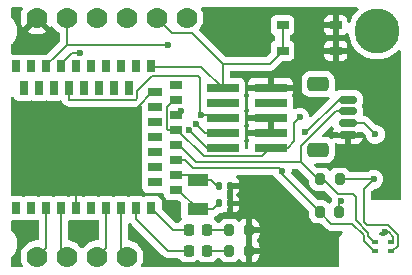
<source format=gbr>
%TF.GenerationSoftware,KiCad,Pcbnew,8.0.2*%
%TF.CreationDate,2024-05-18T21:01:54+12:00*%
%TF.ProjectId,yuzu-pcb,79757a75-2d70-4636-922e-6b696361645f,rev?*%
%TF.SameCoordinates,Original*%
%TF.FileFunction,Copper,L1,Top*%
%TF.FilePolarity,Positive*%
%FSLAX46Y46*%
G04 Gerber Fmt 4.6, Leading zero omitted, Abs format (unit mm)*
G04 Created by KiCad (PCBNEW 8.0.2) date 2024-05-18 21:01:54*
%MOMM*%
%LPD*%
G01*
G04 APERTURE LIST*
G04 Aperture macros list*
%AMRoundRect*
0 Rectangle with rounded corners*
0 $1 Rounding radius*
0 $2 $3 $4 $5 $6 $7 $8 $9 X,Y pos of 4 corners*
0 Add a 4 corners polygon primitive as box body*
4,1,4,$2,$3,$4,$5,$6,$7,$8,$9,$2,$3,0*
0 Add four circle primitives for the rounded corners*
1,1,$1+$1,$2,$3*
1,1,$1+$1,$4,$5*
1,1,$1+$1,$6,$7*
1,1,$1+$1,$8,$9*
0 Add four rect primitives between the rounded corners*
20,1,$1+$1,$2,$3,$4,$5,0*
20,1,$1+$1,$4,$5,$6,$7,0*
20,1,$1+$1,$6,$7,$8,$9,0*
20,1,$1+$1,$8,$9,$2,$3,0*%
G04 Aperture macros list end*
%TA.AperFunction,SMDPad,CuDef*%
%ADD10RoundRect,0.200000X0.200000X0.275000X-0.200000X0.275000X-0.200000X-0.275000X0.200000X-0.275000X0*%
%TD*%
%TA.AperFunction,SMDPad,CuDef*%
%ADD11RoundRect,0.150000X0.625000X-0.150000X0.625000X0.150000X-0.625000X0.150000X-0.625000X-0.150000X0*%
%TD*%
%TA.AperFunction,SMDPad,CuDef*%
%ADD12RoundRect,0.250000X0.650000X-0.350000X0.650000X0.350000X-0.650000X0.350000X-0.650000X-0.350000X0*%
%TD*%
%TA.AperFunction,SMDPad,CuDef*%
%ADD13RoundRect,0.218750X0.218750X0.256250X-0.218750X0.256250X-0.218750X-0.256250X0.218750X-0.256250X0*%
%TD*%
%TA.AperFunction,SMDPad,CuDef*%
%ADD14R,1.800000X1.000000*%
%TD*%
%TA.AperFunction,SMDPad,CuDef*%
%ADD15RoundRect,0.140000X-0.140000X-0.170000X0.140000X-0.170000X0.140000X0.170000X-0.140000X0.170000X0*%
%TD*%
%TA.AperFunction,ComponentPad*%
%ADD16C,1.778000*%
%TD*%
%TA.AperFunction,SMDPad,CuDef*%
%ADD17RoundRect,0.200000X-0.200000X-0.275000X0.200000X-0.275000X0.200000X0.275000X-0.200000X0.275000X0*%
%TD*%
%TA.AperFunction,SMDPad,CuDef*%
%ADD18R,0.500000X0.300000*%
%TD*%
%TA.AperFunction,ComponentPad*%
%ADD19C,3.810000*%
%TD*%
%TA.AperFunction,SMDPad,CuDef*%
%ADD20R,2.790000X0.740000*%
%TD*%
%TA.AperFunction,SMDPad,CuDef*%
%ADD21R,0.800000X1.000000*%
%TD*%
%TA.AperFunction,SMDPad,CuDef*%
%ADD22R,0.800000X0.999700*%
%TD*%
%TA.AperFunction,SMDPad,CuDef*%
%ADD23R,1.000000X0.800000*%
%TD*%
%TA.AperFunction,SMDPad,CuDef*%
%ADD24R,1.200000X0.800000*%
%TD*%
%TA.AperFunction,SMDPad,CuDef*%
%ADD25R,1.000000X0.745000*%
%TD*%
%TA.AperFunction,SMDPad,CuDef*%
%ADD26R,1.000000X0.765000*%
%TD*%
%TA.AperFunction,SMDPad,CuDef*%
%ADD27R,1.000000X0.785000*%
%TD*%
%TA.AperFunction,SMDPad,CuDef*%
%ADD28R,0.800000X1.200000*%
%TD*%
%TA.AperFunction,SMDPad,CuDef*%
%ADD29R,1.000000X0.700000*%
%TD*%
%TA.AperFunction,ViaPad*%
%ADD30C,0.600000*%
%TD*%
%TA.AperFunction,Conductor*%
%ADD31C,0.200000*%
%TD*%
G04 APERTURE END LIST*
D10*
%TO.P,R2,1*%
%TO.N,/nrf_VDD*%
X131315000Y-115050000D03*
%TO.P,R2,2*%
%TO.N,/SDA*%
X129665000Y-115050000D03*
%TD*%
D11*
%TO.P,J2,1,Pin_1*%
%TO.N,GND*%
X132025000Y-111300000D03*
%TO.P,J2,2,Pin_2*%
%TO.N,/nrf_VDD*%
X132025000Y-110300000D03*
%TO.P,J2,3,Pin_3*%
%TO.N,/SDA*%
X132025000Y-109300000D03*
%TO.P,J2,4,Pin_4*%
%TO.N,/SCL*%
X132025000Y-108300000D03*
D12*
%TO.P,J2,MP*%
%TO.N,N/C*%
X129500000Y-112600000D03*
X129500000Y-107000000D03*
%TD*%
D13*
%TO.P,D2,1,K*%
%TO.N,Net-(D2-K)*%
X120107500Y-119350000D03*
%TO.P,D2,2,A*%
%TO.N,/WHITE_LED*%
X118532500Y-119350000D03*
%TD*%
D14*
%TO.P,X2,1,1*%
%TO.N,/XL2*%
X119320000Y-115100000D03*
%TO.P,X2,2,2*%
%TO.N,/XL1*%
X119320000Y-117600000D03*
%TD*%
D15*
%TO.P,C3,1*%
%TO.N,/XL2*%
X121090000Y-115600000D03*
%TO.P,C3,2*%
%TO.N,GND*%
X122050000Y-115600000D03*
%TD*%
D10*
%TO.P,R3,1*%
%TO.N,/nrf_VDD*%
X131275000Y-117800000D03*
%TO.P,R3,2*%
%TO.N,/SCL*%
X129625000Y-117800000D03*
%TD*%
D16*
%TO.P,TP3,1,1*%
%TO.N,Net-(U1-P0.02{slash}AIN0)*%
X110780000Y-121600000D03*
%TD*%
%TO.P,TP2,1,1*%
%TO.N,Net-(U1-P0.28{slash}AIN4)*%
X108240000Y-121600000D03*
%TD*%
%TO.P,TP9,1,1*%
%TO.N,/RESET*%
X115860000Y-101400000D03*
%TD*%
D17*
%TO.P,R1,1*%
%TO.N,Net-(D1-K)*%
X121995000Y-121100000D03*
%TO.P,R1,2*%
%TO.N,GND*%
X123645000Y-121100000D03*
%TD*%
D16*
%TO.P,TP4,1,1*%
%TO.N,Net-(U1-P0.29{slash}AIN5)*%
X113320000Y-121600000D03*
%TD*%
D18*
%TO.P,U2,1,SDA*%
%TO.N,/SDA*%
X134300000Y-120350000D03*
%TO.P,U2,2,SCL*%
%TO.N,/SCL*%
X134300000Y-121150000D03*
%TO.P,U2,3,VDD*%
%TO.N,/nrf_VDD*%
X135700000Y-121150000D03*
%TO.P,U2,4,VSS*%
%TO.N,GND*%
X135700000Y-120350000D03*
%TD*%
D16*
%TO.P,TP6,1,1*%
%TO.N,/SWCLK*%
X108240000Y-101400000D03*
%TD*%
D17*
%TO.P,R4,1*%
%TO.N,Net-(D2-K)*%
X121995000Y-119350000D03*
%TO.P,R4,2*%
%TO.N,GND*%
X123645000Y-119350000D03*
%TD*%
D15*
%TO.P,C1,1*%
%TO.N,/XL1*%
X121090000Y-117100000D03*
%TO.P,C1,2*%
%TO.N,GND*%
X122050000Y-117100000D03*
%TD*%
D16*
%TO.P,TP1,1,1*%
%TO.N,Net-(U1-P0.03{slash}AIN1)*%
X105700000Y-121600000D03*
%TD*%
%TO.P,TP5,1,1*%
%TO.N,GND*%
X105700000Y-101400000D03*
%TD*%
D19*
%TO.P,REF\u002A\u002A,1*%
%TO.N,N/C*%
X134500000Y-102500000D03*
%TD*%
D16*
%TO.P,TP10,1,1*%
%TO.N,/nrf_VDD*%
X118400000Y-101400000D03*
%TD*%
D20*
%TO.P,J1,1,VTref*%
%TO.N,/nrf_VDD*%
X125482000Y-112390000D03*
%TO.P,J1,2,SWDIO/TMS*%
%TO.N,/SWDIO*%
X121418000Y-112390000D03*
%TO.P,J1,3,GND*%
%TO.N,GND*%
X125482000Y-111120000D03*
%TO.P,J1,4,SWCLK/TCK*%
%TO.N,/SWCLK*%
X121418000Y-111120000D03*
%TO.P,J1,5,GND*%
%TO.N,GND*%
X125482000Y-109850000D03*
%TO.P,J1,6,SWO/TDO*%
%TO.N,/SWO*%
X121418000Y-109850000D03*
%TO.P,J1,7,KEY*%
%TO.N,unconnected-(J1-KEY-Pad7)*%
X125482000Y-108580000D03*
%TO.P,J1,8,NC/TDI*%
%TO.N,unconnected-(J1-NC{slash}TDI-Pad8)*%
X121418000Y-108580000D03*
%TO.P,J1,9,GNDDetect*%
%TO.N,GND*%
X125482000Y-107310000D03*
%TO.P,J1,10,~{RESET}*%
%TO.N,/RESET*%
X121418000Y-107310000D03*
%TD*%
D21*
%TO.P,U1,1,P1.11*%
%TO.N,unconnected-(U1-P1.11-Pad1)*%
X103950000Y-117500000D03*
%TO.P,U1,2,P1.10*%
%TO.N,unconnected-(U1-P1.10-Pad2)*%
X105220000Y-117500000D03*
%TO.P,U1,3,P0.03/AIN1*%
%TO.N,Net-(U1-P0.03{slash}AIN1)*%
X106490000Y-117500000D03*
%TO.P,U1,4,P0.28/AIN4*%
%TO.N,Net-(U1-P0.28{slash}AIN4)*%
X107760000Y-117500000D03*
%TO.P,U1,5,GND*%
%TO.N,GND*%
X109030000Y-117500000D03*
%TO.P,U1,6,P1.13*%
%TO.N,unconnected-(U1-P1.13-Pad6)*%
X110300000Y-117500000D03*
%TO.P,U1,7,P0.02/AIN0*%
%TO.N,Net-(U1-P0.02{slash}AIN0)*%
X111570000Y-117500000D03*
%TO.P,U1,8,P0.29/AIN5*%
%TO.N,Net-(U1-P0.29{slash}AIN5)*%
X112840000Y-117500000D03*
D22*
%TO.P,U1,9,P0.31/AIN7*%
%TO.N,/RED_LED*%
X114107200Y-117500150D03*
D21*
%TO.P,U1,10,P0.30/AIN6*%
%TO.N,/WHITE_LED*%
X115380000Y-117500000D03*
D23*
%TO.P,U1,11,P0.00/XL1*%
%TO.N,/XL1*%
X117480000Y-115945000D03*
D24*
%TO.P,U1,12,P0.26*%
%TO.N,unconnected-(U1-P0.26-Pad12)*%
X115680000Y-115309750D03*
D23*
%TO.P,U1,13,P0.01/XL2*%
%TO.N,/XL2*%
X117480000Y-114675000D03*
D24*
%TO.P,U1,14,P0.06*%
%TO.N,unconnected-(U1-P0.06-Pad14)*%
X115680000Y-114039750D03*
D25*
%TO.P,U1,15,P0.05/AIN3*%
%TO.N,/SCL*%
X117480000Y-113377500D03*
D24*
%TO.P,U1,16,P0.08*%
%TO.N,unconnected-(U1-P0.08-Pad16)*%
X115680000Y-112769750D03*
D26*
%TO.P,U1,17,P1.09*%
%TO.N,/SDA*%
X117480000Y-112117500D03*
D24*
%TO.P,U1,18,P0.04/AIN2*%
%TO.N,unconnected-(U1-P0.04{slash}AIN2-Pad18)*%
X115680000Y-111499750D03*
D27*
%TO.P,U1,19,VDD*%
%TO.N,/nrf_VDD*%
X117480000Y-110857500D03*
D24*
%TO.P,U1,20,P0.12*%
%TO.N,unconnected-(U1-P0.12-Pad20)*%
X115680000Y-110229750D03*
D23*
%TO.P,U1,21,GND*%
%TO.N,GND*%
X117480000Y-109595000D03*
D24*
%TO.P,U1,22,P0.07*%
%TO.N,unconnected-(U1-P0.07-Pad22)*%
X115680000Y-108959750D03*
D23*
%TO.P,U1,23,VDDH*%
%TO.N,/nrf_VDD*%
X117480000Y-108325000D03*
D24*
%TO.P,U1,24,GND*%
%TO.N,GND*%
X115680000Y-107690000D03*
D23*
%TO.P,U1,25,DCCH*%
%TO.N,unconnected-(U1-DCCH-Pad25)*%
X117480000Y-107055000D03*
D21*
%TO.P,U1,26,P0.18/RESET*%
%TO.N,/RESET*%
X115380000Y-105500000D03*
%TO.P,U1,27,VBUS*%
%TO.N,unconnected-(U1-VBUS-Pad27)*%
X114110000Y-105500000D03*
D28*
%TO.P,U1,28,P0.15*%
%TO.N,unconnected-(U1-P0.15-Pad28)*%
X113475000Y-107300000D03*
D21*
%TO.P,U1,29,USB_D-*%
%TO.N,unconnected-(U1-USB_D--Pad29)*%
X112840000Y-105500000D03*
D28*
%TO.P,U1,30,P0.17*%
%TO.N,unconnected-(U1-P0.17-Pad30)*%
X112205000Y-107300000D03*
D21*
%TO.P,U1,31,USB_D+*%
%TO.N,unconnected-(U1-USB_D+-Pad31)*%
X111570000Y-105500000D03*
D28*
%TO.P,U1,32,P0.20*%
%TO.N,unconnected-(U1-P0.20-Pad32)*%
X110935000Y-107300000D03*
D21*
%TO.P,U1,33,P0.13*%
%TO.N,unconnected-(U1-P0.13-Pad33)*%
X110300000Y-105500000D03*
D28*
%TO.P,U1,34,P0.22*%
%TO.N,unconnected-(U1-P0.22-Pad34)*%
X109665000Y-107300000D03*
D21*
%TO.P,U1,35,P0.24*%
%TO.N,unconnected-(U1-P0.24-Pad35)*%
X109030000Y-105500000D03*
D28*
%TO.P,U1,36,P1.00*%
%TO.N,/SWO*%
X108395000Y-107300000D03*
D21*
%TO.P,U1,37,SWDIO*%
%TO.N,/SWDIO*%
X107760000Y-105500000D03*
D28*
%TO.P,U1,38,P1.02*%
%TO.N,unconnected-(U1-P1.02-Pad38)*%
X107125000Y-107300000D03*
D21*
%TO.P,U1,39,SWDCLK*%
%TO.N,/SWCLK*%
X106490000Y-105500000D03*
D28*
%TO.P,U1,40,P1.04*%
%TO.N,unconnected-(U1-P1.04-Pad40)*%
X105855000Y-107300000D03*
D22*
%TO.P,U1,41,P0.09/NFC1*%
%TO.N,unconnected-(U1-P0.09{slash}NFC1-Pad41)*%
X105222800Y-105499850D03*
D28*
%TO.P,U1,42,P1.06*%
%TO.N,unconnected-(U1-P1.06-Pad42)*%
X104590000Y-107300000D03*
D21*
%TO.P,U1,43,P0.10/NFC2*%
%TO.N,unconnected-(U1-P0.10{slash}NFC2-Pad43)*%
X103950000Y-105500000D03*
%TD*%
D29*
%TO.P,SW1,1,1*%
%TO.N,GND*%
X130990000Y-104175000D03*
%TO.P,SW1,2,2*%
%TO.N,/RESET*%
X126490000Y-104175000D03*
%TO.P,SW1,3,3*%
%TO.N,GND*%
X130990000Y-102025000D03*
%TO.P,SW1,4,4*%
%TO.N,/RESET*%
X126490000Y-102025000D03*
%TD*%
D13*
%TO.P,D1,1,K*%
%TO.N,Net-(D1-K)*%
X120107500Y-121100000D03*
%TO.P,D1,2,A*%
%TO.N,/RED_LED*%
X118532500Y-121100000D03*
%TD*%
D16*
%TO.P,TP8,1,1*%
%TO.N,/SWO*%
X113320000Y-101400000D03*
%TD*%
%TO.P,TP7,1,1*%
%TO.N,/SWDIO*%
X110780000Y-101400000D03*
%TD*%
D30*
%TO.N,GND*%
X129740000Y-116350000D03*
X109490000Y-119100000D03*
X105240000Y-119100000D03*
%TO.N,/nrf_VDD*%
X134350000Y-111250000D03*
X134200000Y-115050000D03*
X131468329Y-116900000D03*
X127950000Y-109800000D03*
%TO.N,GND*%
X108750000Y-110250000D03*
X123240000Y-103600000D03*
X125990000Y-116850000D03*
X135200735Y-119549265D03*
X112250000Y-113750000D03*
X117914215Y-109250000D03*
X135750000Y-114750000D03*
%TO.N,/SCL*%
X128384098Y-111082628D03*
X126445735Y-114350000D03*
%TO.N,/SWDIO*%
X109320000Y-104400000D03*
X118555421Y-110862149D03*
%TO.N,/SWO*%
X119590000Y-109600000D03*
%TO.N,/SWCLK*%
X119170000Y-110350000D03*
X116820000Y-103650000D03*
%TD*%
D31*
%TO.N,Net-(D2-K)*%
X120107500Y-119350000D02*
X121995000Y-119350000D01*
%TO.N,/nrf_VDD*%
X117587500Y-110857500D02*
X119830000Y-113100000D01*
X133650000Y-118900000D02*
X133400000Y-118650000D01*
X117480000Y-110857500D02*
X117587500Y-110857500D01*
X136250000Y-120700000D02*
X136250000Y-119750000D01*
X132025000Y-110300000D02*
X133400000Y-110300000D01*
X135400000Y-118900000D02*
X133650000Y-118900000D01*
X116757500Y-110857500D02*
X117480000Y-110857500D01*
X131275000Y-117800000D02*
X131275000Y-117093329D01*
X126950000Y-112390000D02*
X127490000Y-111850000D01*
X135800000Y-121150000D02*
X136250000Y-120700000D01*
X131315000Y-115050000D02*
X134200000Y-115050000D01*
X127490000Y-111850000D02*
X127490000Y-110260000D01*
X125482000Y-112390000D02*
X126950000Y-112390000D01*
X119830000Y-113100000D02*
X124772000Y-113100000D01*
X131275000Y-117093329D02*
X131468329Y-116900000D01*
X135700000Y-121150000D02*
X135800000Y-121150000D01*
X117480000Y-108325000D02*
X117305000Y-108325000D01*
X133400000Y-110300000D02*
X134350000Y-111250000D01*
X127490000Y-110260000D02*
X127950000Y-109800000D01*
X116680000Y-108950000D02*
X116680000Y-110780000D01*
X133400000Y-118650000D02*
X133400000Y-115850000D01*
X133400000Y-115850000D02*
X134200000Y-115050000D01*
X117305000Y-108325000D02*
X116680000Y-108950000D01*
X136250000Y-119750000D02*
X135400000Y-118900000D01*
X116680000Y-110780000D02*
X116757500Y-110857500D01*
X124772000Y-113100000D02*
X125482000Y-112390000D01*
%TO.N,GND*%
X135850000Y-120241422D02*
X135850000Y-119915686D01*
X135741422Y-120350000D02*
X135850000Y-120241422D01*
X109030000Y-116220000D02*
X109250000Y-116000000D01*
X114250000Y-108920000D02*
X115480000Y-107690000D01*
X135850000Y-119915686D02*
X135483579Y-119549265D01*
X109030000Y-117500000D02*
X109030000Y-116220000D01*
X135483579Y-119549265D02*
X135200735Y-119549265D01*
X117569215Y-109595000D02*
X117914215Y-109250000D01*
X115480000Y-107690000D02*
X115680000Y-107690000D01*
X117480000Y-109595000D02*
X117569215Y-109595000D01*
X135700000Y-120350000D02*
X135741422Y-120350000D01*
X114250000Y-109250000D02*
X114250000Y-108920000D01*
%TO.N,/SCL*%
X118217500Y-113377500D02*
X117480000Y-113377500D01*
X128384098Y-111082628D02*
X128507372Y-111082628D01*
X134200000Y-121150000D02*
X133350000Y-120300000D01*
X128507372Y-111082628D02*
X131290000Y-108300000D01*
X133350000Y-120300000D02*
X133350000Y-119751472D01*
X133350000Y-119751472D02*
X132398528Y-118800000D01*
X126195735Y-114100000D02*
X118940000Y-114100000D01*
X132398528Y-118800000D02*
X130625000Y-118800000D01*
X126445735Y-114620735D02*
X129625000Y-117800000D01*
X130625000Y-118800000D02*
X129625000Y-117800000D01*
X126445735Y-114350000D02*
X126195735Y-114100000D01*
X134300000Y-121150000D02*
X134200000Y-121150000D01*
X118940000Y-114100000D02*
X118217500Y-113377500D01*
X126445735Y-114350000D02*
X126445735Y-114620735D01*
X131290000Y-108300000D02*
X132025000Y-108300000D01*
%TO.N,/SDA*%
X131015256Y-109300000D02*
X128045000Y-112270256D01*
X129665000Y-115050000D02*
X129495000Y-115050000D01*
X129950000Y-115050000D02*
X129665000Y-115050000D01*
X117692500Y-112117500D02*
X117480000Y-112117500D01*
X134258578Y-120350000D02*
X133750000Y-119841422D01*
X119175000Y-113600000D02*
X117692500Y-112117500D01*
X132700000Y-116550000D02*
X132450000Y-116300000D01*
X133750000Y-119841422D02*
X133750000Y-119585786D01*
X128045000Y-113600000D02*
X126010461Y-113600000D01*
X132450000Y-116300000D02*
X131200000Y-116300000D01*
X134300000Y-120350000D02*
X134258578Y-120350000D01*
X129495000Y-115050000D02*
X128045000Y-113600000D01*
X132700000Y-118535786D02*
X132700000Y-116550000D01*
X131200000Y-116300000D02*
X129950000Y-115050000D01*
X126010461Y-113600000D02*
X119175000Y-113600000D01*
X132025000Y-109300000D02*
X131015256Y-109300000D01*
X128045000Y-112270256D02*
X128045000Y-113600000D01*
X133750000Y-119585786D02*
X132700000Y-118535786D01*
%TO.N,/SWDIO*%
X109320000Y-104400000D02*
X108630000Y-104400000D01*
X118555421Y-110862149D02*
X120083272Y-112390000D01*
X108630000Y-104400000D02*
X107760000Y-105270000D01*
X107760000Y-105270000D02*
X107760000Y-105500000D01*
X120083272Y-112390000D02*
X121418000Y-112390000D01*
%TO.N,/SWO*%
X108395000Y-108245000D02*
X108395000Y-107300000D01*
X119320000Y-106300000D02*
X115470000Y-106300000D01*
X115470000Y-106300000D02*
X114175000Y-107595000D01*
X114175000Y-108200000D02*
X114075000Y-108300000D01*
X119490000Y-109500000D02*
X119490000Y-106470000D01*
X121168000Y-109600000D02*
X121418000Y-109850000D01*
X114075000Y-108300000D02*
X108450000Y-108300000D01*
X108450000Y-108300000D02*
X108395000Y-108245000D01*
X119590000Y-109600000D02*
X121168000Y-109600000D01*
X119490000Y-106470000D02*
X119320000Y-106300000D01*
X114175000Y-107595000D02*
X114175000Y-108200000D01*
X119590000Y-109600000D02*
X119490000Y-109500000D01*
%TO.N,/SWCLK*%
X106490000Y-105400000D02*
X107280000Y-104610000D01*
X119940000Y-111120000D02*
X121418000Y-111120000D01*
X106490000Y-105500000D02*
X106490000Y-105400000D01*
X119170000Y-110350000D02*
X119940000Y-111120000D01*
X108240000Y-103650000D02*
X107280000Y-104610000D01*
X108240000Y-101400000D02*
X108240000Y-103650000D01*
X116820000Y-103650000D02*
X108240000Y-103650000D01*
%TO.N,/RESET*%
X126490000Y-104175000D02*
X125405000Y-105260000D01*
X119618000Y-105510000D02*
X115390000Y-105510000D01*
X121418000Y-107310000D02*
X119618000Y-105510000D01*
X118808000Y-102650000D02*
X117110000Y-102650000D01*
X115390000Y-105510000D02*
X115380000Y-105500000D01*
X117110000Y-102650000D02*
X115860000Y-101400000D01*
X121418000Y-107310000D02*
X121418000Y-105260000D01*
X125405000Y-105260000D02*
X121418000Y-105260000D01*
X126490000Y-104175000D02*
X126490000Y-102025000D01*
X121418000Y-105260000D02*
X118808000Y-102650000D01*
%TO.N,/RED_LED*%
X116812500Y-121100000D02*
X118532500Y-121100000D01*
X114107200Y-118394700D02*
X116812500Y-121100000D01*
X114107200Y-117500150D02*
X114107200Y-118394700D01*
%TO.N,Net-(D1-K)*%
X120107500Y-121100000D02*
X121995000Y-121100000D01*
%TO.N,/WHITE_LED*%
X117230000Y-119350000D02*
X118532500Y-119350000D01*
X115380000Y-117500000D02*
X117230000Y-119350000D01*
%TO.N,/XL1*%
X117480000Y-115945000D02*
X117665000Y-115945000D01*
X119320000Y-117600000D02*
X120590000Y-117600000D01*
X120590000Y-117600000D02*
X121090000Y-117100000D01*
X117665000Y-115945000D02*
X119320000Y-117600000D01*
%TO.N,/XL2*%
X119320000Y-115100000D02*
X120450000Y-115100000D01*
X118895000Y-114675000D02*
X119320000Y-115100000D01*
X120950000Y-115600000D02*
X121090000Y-115600000D01*
X117480000Y-114675000D02*
X118895000Y-114675000D01*
X120450000Y-115100000D02*
X120950000Y-115600000D01*
%TO.N,Net-(U1-P0.03{slash}AIN1)*%
X106490000Y-120910000D02*
X105700000Y-121700000D01*
X106490000Y-117500000D02*
X106490000Y-120910000D01*
%TO.N,Net-(U1-P0.28{slash}AIN4)*%
X107760000Y-117500000D02*
X107760000Y-121220000D01*
X107760000Y-121220000D02*
X108240000Y-121700000D01*
%TO.N,Net-(U1-P0.02{slash}AIN0)*%
X111570000Y-120910000D02*
X110780000Y-121700000D01*
X111570000Y-117500000D02*
X111570000Y-120910000D01*
%TO.N,Net-(U1-P0.29{slash}AIN5)*%
X112840000Y-117500000D02*
X112840000Y-121220000D01*
X112840000Y-121220000D02*
X113320000Y-121700000D01*
%TD*%
%TA.AperFunction,Conductor*%
%TO.N,GND*%
G36*
X104628329Y-118462691D02*
G01*
X104712517Y-118494091D01*
X104772127Y-118500500D01*
X105667872Y-118500499D01*
X105727483Y-118494091D01*
X105727485Y-118494090D01*
X105727487Y-118494090D01*
X105735031Y-118492308D01*
X105735694Y-118495115D01*
X105791807Y-118491078D01*
X105853144Y-118524537D01*
X105886655Y-118585846D01*
X105889500Y-118612255D01*
X105889500Y-120086500D01*
X105869815Y-120153539D01*
X105817011Y-120199294D01*
X105765500Y-120210500D01*
X105584863Y-120210500D01*
X105579506Y-120211394D01*
X105357725Y-120248402D01*
X105139938Y-120323169D01*
X105139930Y-120323172D01*
X104937408Y-120432772D01*
X104755694Y-120574206D01*
X104755689Y-120574211D01*
X104599728Y-120743629D01*
X104473782Y-120936405D01*
X104381282Y-121147285D01*
X104324753Y-121370515D01*
X104305738Y-121599994D01*
X104305738Y-121600005D01*
X104324753Y-121829484D01*
X104381282Y-122052714D01*
X104473782Y-122263594D01*
X104502584Y-122307679D01*
X104522772Y-122374569D01*
X104503591Y-122441754D01*
X104451132Y-122487904D01*
X104398775Y-122499500D01*
X103624000Y-122499500D01*
X103556961Y-122479815D01*
X103511206Y-122427011D01*
X103500000Y-122375500D01*
X103500000Y-121701674D01*
X103519685Y-121634635D01*
X103536319Y-121613993D01*
X103569792Y-121580520D01*
X103659773Y-121490539D01*
X103800448Y-121296916D01*
X103909103Y-121083670D01*
X103983061Y-120856051D01*
X104008110Y-120697897D01*
X104020500Y-120619671D01*
X104020500Y-120380328D01*
X103991938Y-120200000D01*
X103983061Y-120143949D01*
X103909103Y-119916330D01*
X103909101Y-119916327D01*
X103909101Y-119916325D01*
X103827513Y-119756202D01*
X103800448Y-119703084D01*
X103729697Y-119605703D01*
X103659778Y-119509467D01*
X103659774Y-119509462D01*
X103536319Y-119386007D01*
X103502834Y-119324684D01*
X103500000Y-119298326D01*
X103500000Y-118624499D01*
X103519685Y-118557460D01*
X103572489Y-118511705D01*
X103623996Y-118500499D01*
X104397872Y-118500499D01*
X104457483Y-118494091D01*
X104541668Y-118462691D01*
X104611356Y-118457708D01*
X104628329Y-118462691D01*
G37*
%TD.AperFunction*%
%TA.AperFunction,Conductor*%
G36*
X125719067Y-114720185D02*
G01*
X125757022Y-114758528D01*
X125784505Y-114802267D01*
X125815919Y-114852262D01*
X125943473Y-114979816D01*
X125964219Y-114992851D01*
X125985927Y-115010163D01*
X126084084Y-115108320D01*
X126084090Y-115108325D01*
X128688181Y-117712416D01*
X128721666Y-117773739D01*
X128724500Y-117800097D01*
X128724500Y-118131613D01*
X128730913Y-118202192D01*
X128730913Y-118202194D01*
X128730914Y-118202196D01*
X128781522Y-118364606D01*
X128862723Y-118498929D01*
X128869530Y-118510188D01*
X128989811Y-118630469D01*
X128989813Y-118630470D01*
X128989815Y-118630472D01*
X129135394Y-118718478D01*
X129297804Y-118769086D01*
X129368384Y-118775500D01*
X129699902Y-118775500D01*
X129766941Y-118795185D01*
X129787583Y-118811819D01*
X130256284Y-119280520D01*
X130256286Y-119280521D01*
X130256290Y-119280524D01*
X130393209Y-119359573D01*
X130393216Y-119359577D01*
X130545943Y-119400501D01*
X130545945Y-119400501D01*
X130711654Y-119400501D01*
X130711670Y-119400500D01*
X131476896Y-119400500D01*
X131543935Y-119420185D01*
X131589690Y-119472989D01*
X131599634Y-119542147D01*
X131570609Y-119605703D01*
X131545787Y-119627602D01*
X131503458Y-119655885D01*
X131503454Y-119655888D01*
X131405888Y-119753454D01*
X131405885Y-119753458D01*
X131329228Y-119868182D01*
X131329221Y-119868195D01*
X131276421Y-119995667D01*
X131276418Y-119995677D01*
X131249500Y-120131004D01*
X131249500Y-122375500D01*
X131229815Y-122442539D01*
X131177011Y-122488294D01*
X131125500Y-122499500D01*
X114621225Y-122499500D01*
X114554186Y-122479815D01*
X114508431Y-122427011D01*
X114498487Y-122357853D01*
X114517416Y-122307679D01*
X114529608Y-122289016D01*
X114546217Y-122263595D01*
X114638717Y-122052716D01*
X114695246Y-121829488D01*
X114709309Y-121659773D01*
X114714262Y-121600005D01*
X114714262Y-121599994D01*
X114699415Y-121420821D01*
X114695246Y-121370512D01*
X114638717Y-121147284D01*
X114546217Y-120936405D01*
X114521980Y-120899308D01*
X114420271Y-120743629D01*
X114378086Y-120697804D01*
X114264308Y-120574208D01*
X114152055Y-120486838D01*
X114082591Y-120432772D01*
X113880069Y-120323172D01*
X113880061Y-120323169D01*
X113662274Y-120248402D01*
X113544089Y-120228680D01*
X113481204Y-120198229D01*
X113444765Y-120138614D01*
X113440500Y-120106371D01*
X113440500Y-118876598D01*
X113460185Y-118809559D01*
X113512989Y-118763804D01*
X113582147Y-118753860D01*
X113645703Y-118782885D01*
X113652181Y-118788917D01*
X113745549Y-118882285D01*
X113745555Y-118882290D01*
X116327639Y-121464374D01*
X116327649Y-121464385D01*
X116331979Y-121468715D01*
X116331980Y-121468716D01*
X116443784Y-121580520D01*
X116517215Y-121622915D01*
X116580715Y-121659577D01*
X116733443Y-121700501D01*
X116733446Y-121700501D01*
X116899153Y-121700501D01*
X116899169Y-121700500D01*
X117611815Y-121700500D01*
X117678854Y-121720185D01*
X117717351Y-121759400D01*
X117745000Y-121804225D01*
X117745720Y-121805392D01*
X117864608Y-121924280D01*
X117864612Y-121924283D01*
X118007704Y-122012544D01*
X118007707Y-122012545D01*
X118007713Y-122012549D01*
X118167315Y-122065436D01*
X118265826Y-122075500D01*
X118265831Y-122075500D01*
X118799169Y-122075500D01*
X118799174Y-122075500D01*
X118897685Y-122065436D01*
X119057287Y-122012549D01*
X119200391Y-121924281D01*
X119232319Y-121892353D01*
X119293642Y-121858868D01*
X119363334Y-121863852D01*
X119407681Y-121892353D01*
X119439608Y-121924280D01*
X119439612Y-121924283D01*
X119582704Y-122012544D01*
X119582707Y-122012545D01*
X119582713Y-122012549D01*
X119742315Y-122065436D01*
X119840826Y-122075500D01*
X119840831Y-122075500D01*
X120374169Y-122075500D01*
X120374174Y-122075500D01*
X120472685Y-122065436D01*
X120632287Y-122012549D01*
X120775391Y-121924281D01*
X120894281Y-121805391D01*
X120922648Y-121759401D01*
X120974594Y-121712679D01*
X121028185Y-121700500D01*
X121103285Y-121700500D01*
X121170324Y-121720185D01*
X121209401Y-121760349D01*
X121233314Y-121799906D01*
X121239530Y-121810188D01*
X121359811Y-121930469D01*
X121359813Y-121930470D01*
X121359815Y-121930472D01*
X121505394Y-122018478D01*
X121667804Y-122069086D01*
X121738384Y-122075500D01*
X121738387Y-122075500D01*
X122251613Y-122075500D01*
X122251616Y-122075500D01*
X122322196Y-122069086D01*
X122484606Y-122018478D01*
X122630185Y-121930472D01*
X122732673Y-121827983D01*
X122793994Y-121794499D01*
X122863685Y-121799483D01*
X122908034Y-121827984D01*
X123010122Y-121930072D01*
X123155604Y-122018019D01*
X123155603Y-122018019D01*
X123317894Y-122068590D01*
X123317893Y-122068590D01*
X123388408Y-122074998D01*
X123388426Y-122074999D01*
X123895000Y-122074999D01*
X123901581Y-122074999D01*
X123972102Y-122068591D01*
X123972107Y-122068590D01*
X124134396Y-122018018D01*
X124279877Y-121930072D01*
X124400072Y-121809877D01*
X124488019Y-121664395D01*
X124538590Y-121502106D01*
X124545000Y-121431572D01*
X124545000Y-121350000D01*
X123895000Y-121350000D01*
X123895000Y-122074999D01*
X123388426Y-122074999D01*
X123394999Y-122074998D01*
X123395000Y-122074998D01*
X123395000Y-120850000D01*
X123895000Y-120850000D01*
X124544999Y-120850000D01*
X124544999Y-120768417D01*
X124538591Y-120697897D01*
X124538590Y-120697892D01*
X124488018Y-120535603D01*
X124400072Y-120390122D01*
X124322631Y-120312681D01*
X124289146Y-120251358D01*
X124294130Y-120181666D01*
X124322631Y-120137319D01*
X124400071Y-120059878D01*
X124400072Y-120059877D01*
X124488019Y-119914395D01*
X124538590Y-119752106D01*
X124545000Y-119681572D01*
X124545000Y-119600000D01*
X123895000Y-119600000D01*
X123895000Y-120850000D01*
X123395000Y-120850000D01*
X123395000Y-119100000D01*
X123895000Y-119100000D01*
X124544999Y-119100000D01*
X124544999Y-119018417D01*
X124538591Y-118947897D01*
X124538590Y-118947892D01*
X124488018Y-118785603D01*
X124400072Y-118640122D01*
X124279877Y-118519927D01*
X124134395Y-118431980D01*
X124134396Y-118431980D01*
X123972105Y-118381409D01*
X123972106Y-118381409D01*
X123901572Y-118375000D01*
X123895000Y-118375000D01*
X123895000Y-119100000D01*
X123395000Y-119100000D01*
X123395000Y-118375000D01*
X123394999Y-118374999D01*
X123388436Y-118375000D01*
X123388417Y-118375001D01*
X123317897Y-118381408D01*
X123317892Y-118381409D01*
X123155603Y-118431981D01*
X123010122Y-118519927D01*
X123010121Y-118519928D01*
X122908035Y-118622015D01*
X122846712Y-118655500D01*
X122777020Y-118650516D01*
X122732673Y-118622015D01*
X122630188Y-118519530D01*
X122598705Y-118500498D01*
X122484606Y-118431522D01*
X122322196Y-118380914D01*
X122322194Y-118380913D01*
X122322192Y-118380913D01*
X122272778Y-118376423D01*
X122251616Y-118374500D01*
X121738384Y-118374500D01*
X121719145Y-118376248D01*
X121667807Y-118380913D01*
X121505393Y-118431522D01*
X121359811Y-118519530D01*
X121239530Y-118639811D01*
X121209402Y-118689650D01*
X121157874Y-118736838D01*
X121103285Y-118749500D01*
X121028185Y-118749500D01*
X120961146Y-118729815D01*
X120922648Y-118690599D01*
X120894281Y-118644609D01*
X120775391Y-118525719D01*
X120775387Y-118525716D01*
X120715732Y-118488920D01*
X120669007Y-118436972D01*
X120657786Y-118368010D01*
X120664647Y-118340049D01*
X120699645Y-118246213D01*
X120741516Y-118190280D01*
X120783731Y-118169773D01*
X120821785Y-118159577D01*
X120871904Y-118130639D01*
X120958716Y-118080520D01*
X121070520Y-117968716D01*
X121070521Y-117968714D01*
X121092419Y-117946816D01*
X121153743Y-117913333D01*
X121180097Y-117910500D01*
X121294682Y-117910500D01*
X121294690Y-117910500D01*
X121330993Y-117907643D01*
X121330995Y-117907642D01*
X121330997Y-117907642D01*
X121371975Y-117895736D01*
X121486395Y-117862494D01*
X121507369Y-117850089D01*
X121575088Y-117832906D01*
X121633613Y-117850090D01*
X121653803Y-117862031D01*
X121800000Y-117904504D01*
X121800000Y-117904503D01*
X122300000Y-117904503D01*
X122446195Y-117862031D01*
X122585374Y-117779721D01*
X122585383Y-117779714D01*
X122699714Y-117665383D01*
X122699721Y-117665374D01*
X122782031Y-117526195D01*
X122782033Y-117526190D01*
X122827144Y-117370918D01*
X122827145Y-117370912D01*
X122828790Y-117350000D01*
X122300000Y-117350000D01*
X122300000Y-117904503D01*
X121800000Y-117904503D01*
X121800000Y-117598352D01*
X121817267Y-117535233D01*
X121822494Y-117526395D01*
X121867643Y-117370993D01*
X121870500Y-117334690D01*
X121870500Y-116865310D01*
X121869295Y-116850000D01*
X122300000Y-116850000D01*
X122828790Y-116850000D01*
X122827145Y-116829089D01*
X122782031Y-116673804D01*
X122699721Y-116534625D01*
X122699714Y-116534616D01*
X122602779Y-116437681D01*
X122569294Y-116376358D01*
X122574278Y-116306666D01*
X122602779Y-116262319D01*
X122699714Y-116165383D01*
X122699721Y-116165374D01*
X122782031Y-116026195D01*
X122782033Y-116026190D01*
X122827144Y-115870918D01*
X122827145Y-115870912D01*
X122828790Y-115850000D01*
X122300000Y-115850000D01*
X122300000Y-116850000D01*
X121869295Y-116850000D01*
X121867643Y-116829007D01*
X121866612Y-116825459D01*
X121822495Y-116673608D01*
X121822492Y-116673600D01*
X121817266Y-116664763D01*
X121800000Y-116601645D01*
X121800000Y-116098352D01*
X121817267Y-116035233D01*
X121822494Y-116026395D01*
X121822797Y-116025354D01*
X121867642Y-115870997D01*
X121867643Y-115870991D01*
X121867649Y-115870912D01*
X121870500Y-115834690D01*
X121870500Y-115474000D01*
X121890185Y-115406961D01*
X121942989Y-115361206D01*
X121994500Y-115350000D01*
X122828790Y-115350000D01*
X122827145Y-115329089D01*
X122782031Y-115173804D01*
X122699721Y-115034625D01*
X122699714Y-115034616D01*
X122579862Y-114914764D01*
X122581475Y-114913150D01*
X122547306Y-114865837D01*
X122543516Y-114796070D01*
X122578047Y-114735329D01*
X122639935Y-114702900D01*
X122664213Y-114700500D01*
X125652028Y-114700500D01*
X125719067Y-114720185D01*
G37*
%TD.AperFunction*%
%TA.AperFunction,Conductor*%
G36*
X109707608Y-118462422D02*
G01*
X109792517Y-118494091D01*
X109852127Y-118500500D01*
X110747872Y-118500499D01*
X110807483Y-118494091D01*
X110807485Y-118494090D01*
X110807487Y-118494090D01*
X110815031Y-118492308D01*
X110815694Y-118495115D01*
X110871807Y-118491078D01*
X110933144Y-118524537D01*
X110966655Y-118585846D01*
X110969500Y-118612255D01*
X110969500Y-120086500D01*
X110949815Y-120153539D01*
X110897011Y-120199294D01*
X110845500Y-120210500D01*
X110664863Y-120210500D01*
X110659506Y-120211394D01*
X110437725Y-120248402D01*
X110219938Y-120323169D01*
X110219930Y-120323172D01*
X110017408Y-120432772D01*
X109835694Y-120574206D01*
X109835689Y-120574211D01*
X109679727Y-120743630D01*
X109613808Y-120844528D01*
X109560662Y-120889884D01*
X109491431Y-120899308D01*
X109428095Y-120869806D01*
X109406192Y-120844528D01*
X109340272Y-120743630D01*
X109298086Y-120697804D01*
X109184308Y-120574208D01*
X109072055Y-120486838D01*
X109002591Y-120432772D01*
X108800069Y-120323172D01*
X108800061Y-120323169D01*
X108582274Y-120248402D01*
X108464089Y-120228680D01*
X108401204Y-120198229D01*
X108364765Y-120138614D01*
X108360500Y-120106371D01*
X108360500Y-118611723D01*
X108380185Y-118544684D01*
X108432989Y-118498929D01*
X108502147Y-118488985D01*
X108514962Y-118492257D01*
X108515067Y-118491813D01*
X108522622Y-118493597D01*
X108582155Y-118499999D01*
X108582172Y-118500000D01*
X109477828Y-118500000D01*
X109477844Y-118499999D01*
X109537374Y-118493598D01*
X109537377Y-118493597D01*
X109620950Y-118462426D01*
X109690641Y-118457441D01*
X109707608Y-118462422D01*
G37*
%TD.AperFunction*%
%TA.AperFunction,Conductor*%
G36*
X135166942Y-119520185D02*
G01*
X135187584Y-119536819D01*
X135220813Y-119570048D01*
X135254298Y-119631371D01*
X135249314Y-119701063D01*
X135207444Y-119756995D01*
X135092809Y-119842812D01*
X135088038Y-119847584D01*
X135026715Y-119881069D01*
X134957023Y-119876085D01*
X134912676Y-119847584D01*
X134907544Y-119842452D01*
X134792335Y-119756206D01*
X134792328Y-119756202D01*
X134750715Y-119740682D01*
X134694781Y-119698811D01*
X134670364Y-119633347D01*
X134685215Y-119565074D01*
X134734620Y-119515668D01*
X134794048Y-119500500D01*
X135099903Y-119500500D01*
X135166942Y-119520185D01*
G37*
%TD.AperFunction*%
%TA.AperFunction,Conductor*%
G36*
X103705203Y-108075806D02*
G01*
X103740182Y-108126186D01*
X103746202Y-108142328D01*
X103746206Y-108142335D01*
X103832452Y-108257544D01*
X103832455Y-108257547D01*
X103947664Y-108343793D01*
X103947671Y-108343797D01*
X104082517Y-108394091D01*
X104082516Y-108394091D01*
X104089444Y-108394835D01*
X104142127Y-108400500D01*
X105037872Y-108400499D01*
X105097483Y-108394091D01*
X105179168Y-108363623D01*
X105248857Y-108358640D01*
X105265824Y-108363621D01*
X105347517Y-108394091D01*
X105407127Y-108400500D01*
X106302872Y-108400499D01*
X106362483Y-108394091D01*
X106446668Y-108362691D01*
X106516356Y-108357708D01*
X106533329Y-108362691D01*
X106617517Y-108394091D01*
X106677127Y-108400500D01*
X107572872Y-108400499D01*
X107632483Y-108394091D01*
X107669035Y-108380457D01*
X107738724Y-108375472D01*
X107800048Y-108408956D01*
X107832142Y-108464542D01*
X107835422Y-108476784D01*
X107835423Y-108476787D01*
X107848538Y-108499501D01*
X107848539Y-108499503D01*
X107914475Y-108613709D01*
X107914479Y-108613714D01*
X107914480Y-108613716D01*
X107969480Y-108668716D01*
X108000264Y-108699500D01*
X108081284Y-108780520D01*
X108081286Y-108780521D01*
X108081290Y-108780524D01*
X108218209Y-108859573D01*
X108218212Y-108859575D01*
X108218216Y-108859577D01*
X108370943Y-108900501D01*
X108370945Y-108900501D01*
X108536654Y-108900501D01*
X108536670Y-108900500D01*
X113988331Y-108900500D01*
X113988347Y-108900501D01*
X113995943Y-108900501D01*
X114154054Y-108900501D01*
X114154057Y-108900501D01*
X114306785Y-108859577D01*
X114376233Y-108819481D01*
X114393499Y-108809512D01*
X114461395Y-108793038D01*
X114527423Y-108815888D01*
X114570616Y-108870807D01*
X114579500Y-108916898D01*
X114579500Y-109407620D01*
X114579501Y-109407626D01*
X114585908Y-109467232D01*
X114617307Y-109551416D01*
X114622291Y-109621108D01*
X114617307Y-109638081D01*
X114585909Y-109722264D01*
X114585908Y-109722266D01*
X114579501Y-109781866D01*
X114579500Y-109781885D01*
X114579500Y-110677620D01*
X114579501Y-110677626D01*
X114585908Y-110737232D01*
X114589827Y-110747738D01*
X114611219Y-110805095D01*
X114617307Y-110821416D01*
X114622291Y-110891108D01*
X114617307Y-110908081D01*
X114585909Y-110992264D01*
X114585908Y-110992266D01*
X114579501Y-111051866D01*
X114579500Y-111051885D01*
X114579500Y-111947620D01*
X114579501Y-111947626D01*
X114585908Y-112007232D01*
X114617307Y-112091416D01*
X114622291Y-112161108D01*
X114617307Y-112178081D01*
X114585909Y-112262264D01*
X114585908Y-112262266D01*
X114579501Y-112321866D01*
X114579500Y-112321885D01*
X114579500Y-113217620D01*
X114579501Y-113217626D01*
X114585908Y-113277232D01*
X114617307Y-113361416D01*
X114622291Y-113431108D01*
X114617307Y-113448081D01*
X114585909Y-113532264D01*
X114585908Y-113532266D01*
X114579501Y-113591866D01*
X114579500Y-113591885D01*
X114579500Y-114487620D01*
X114579501Y-114487626D01*
X114585908Y-114547232D01*
X114617307Y-114631416D01*
X114622291Y-114701108D01*
X114617307Y-114718081D01*
X114585909Y-114802264D01*
X114585908Y-114802266D01*
X114579501Y-114861866D01*
X114579500Y-114861885D01*
X114579500Y-115757620D01*
X114579501Y-115757626D01*
X114585908Y-115817233D01*
X114636202Y-115952078D01*
X114636206Y-115952085D01*
X114722452Y-116067294D01*
X114722455Y-116067297D01*
X114837664Y-116153543D01*
X114837671Y-116153547D01*
X114972517Y-116203841D01*
X114972516Y-116203841D01*
X114979444Y-116204585D01*
X115032127Y-116210250D01*
X116327872Y-116210249D01*
X116342242Y-116208704D01*
X116411001Y-116221107D01*
X116462140Y-116268716D01*
X116479500Y-116331991D01*
X116479500Y-116392869D01*
X116479501Y-116392876D01*
X116485908Y-116452483D01*
X116536202Y-116587328D01*
X116536206Y-116587335D01*
X116622452Y-116702544D01*
X116622455Y-116702547D01*
X116737664Y-116788793D01*
X116737671Y-116788797D01*
X116872517Y-116839091D01*
X116872516Y-116839091D01*
X116879444Y-116839835D01*
X116932127Y-116845500D01*
X117664902Y-116845499D01*
X117731941Y-116865183D01*
X117752583Y-116881818D01*
X117883181Y-117012416D01*
X117916666Y-117073739D01*
X117919500Y-117100097D01*
X117919500Y-118147870D01*
X117919501Y-118147876D01*
X117925908Y-118207483D01*
X117975352Y-118340049D01*
X117980336Y-118409741D01*
X117946850Y-118471064D01*
X117924268Y-118488920D01*
X117864609Y-118525718D01*
X117745720Y-118644607D01*
X117745719Y-118644609D01*
X117717351Y-118690598D01*
X117665406Y-118737321D01*
X117611815Y-118749500D01*
X117530097Y-118749500D01*
X117463058Y-118729815D01*
X117442416Y-118713181D01*
X116316818Y-117587583D01*
X116283333Y-117526260D01*
X116280499Y-117499902D01*
X116280499Y-116952129D01*
X116280498Y-116952123D01*
X116280496Y-116952105D01*
X116274091Y-116892517D01*
X116263943Y-116865310D01*
X116223797Y-116757671D01*
X116223793Y-116757664D01*
X116137547Y-116642455D01*
X116137544Y-116642452D01*
X116022335Y-116556206D01*
X116022328Y-116556202D01*
X115887482Y-116505908D01*
X115887483Y-116505908D01*
X115827883Y-116499501D01*
X115827881Y-116499500D01*
X115827873Y-116499500D01*
X115827864Y-116499500D01*
X114932129Y-116499500D01*
X114932123Y-116499501D01*
X114872516Y-116505908D01*
X114786529Y-116537979D01*
X114716837Y-116542963D01*
X114699864Y-116537979D01*
X114614682Y-116506208D01*
X114614683Y-116506208D01*
X114555083Y-116499801D01*
X114555081Y-116499800D01*
X114555073Y-116499800D01*
X114555064Y-116499800D01*
X113659329Y-116499800D01*
X113659323Y-116499801D01*
X113599716Y-116506208D01*
X113517334Y-116536935D01*
X113447643Y-116541919D01*
X113430669Y-116536935D01*
X113347482Y-116505908D01*
X113347483Y-116505908D01*
X113287883Y-116499501D01*
X113287881Y-116499500D01*
X113287873Y-116499500D01*
X113287864Y-116499500D01*
X112392129Y-116499500D01*
X112392123Y-116499501D01*
X112332516Y-116505908D01*
X112248332Y-116537307D01*
X112178641Y-116542291D01*
X112161667Y-116537307D01*
X112077482Y-116505908D01*
X112077483Y-116505908D01*
X112017883Y-116499501D01*
X112017881Y-116499500D01*
X112017873Y-116499500D01*
X112017864Y-116499500D01*
X111122129Y-116499500D01*
X111122123Y-116499501D01*
X111062516Y-116505908D01*
X110978332Y-116537307D01*
X110908641Y-116542291D01*
X110891667Y-116537307D01*
X110807482Y-116505908D01*
X110807483Y-116505908D01*
X110747883Y-116499501D01*
X110747881Y-116499500D01*
X110747873Y-116499500D01*
X110747864Y-116499500D01*
X109852129Y-116499500D01*
X109852123Y-116499501D01*
X109792514Y-116505909D01*
X109707617Y-116537573D01*
X109637925Y-116542557D01*
X109620953Y-116537573D01*
X109537382Y-116506403D01*
X109537372Y-116506401D01*
X109477844Y-116500000D01*
X108582155Y-116500000D01*
X108522627Y-116506401D01*
X108522616Y-116506404D01*
X108439046Y-116537573D01*
X108369354Y-116542557D01*
X108352382Y-116537573D01*
X108267485Y-116505909D01*
X108267483Y-116505908D01*
X108207883Y-116499501D01*
X108207881Y-116499500D01*
X108207873Y-116499500D01*
X108207864Y-116499500D01*
X107312129Y-116499500D01*
X107312123Y-116499501D01*
X107252516Y-116505908D01*
X107168332Y-116537307D01*
X107098641Y-116542291D01*
X107081667Y-116537307D01*
X106997482Y-116505908D01*
X106997483Y-116505908D01*
X106937883Y-116499501D01*
X106937881Y-116499500D01*
X106937873Y-116499500D01*
X106937864Y-116499500D01*
X106042129Y-116499500D01*
X106042123Y-116499501D01*
X105982516Y-116505908D01*
X105898332Y-116537307D01*
X105828641Y-116542291D01*
X105811667Y-116537307D01*
X105727482Y-116505908D01*
X105727483Y-116505908D01*
X105667883Y-116499501D01*
X105667881Y-116499500D01*
X105667873Y-116499500D01*
X105667864Y-116499500D01*
X104772129Y-116499500D01*
X104772123Y-116499501D01*
X104712516Y-116505908D01*
X104628332Y-116537307D01*
X104558641Y-116542291D01*
X104541667Y-116537307D01*
X104457482Y-116505908D01*
X104457483Y-116505908D01*
X104397883Y-116499501D01*
X104397881Y-116499500D01*
X104397873Y-116499500D01*
X104397865Y-116499500D01*
X103624000Y-116499500D01*
X103556961Y-116479815D01*
X103511206Y-116427011D01*
X103500000Y-116375500D01*
X103500000Y-108169519D01*
X103519685Y-108102480D01*
X103572489Y-108056725D01*
X103641647Y-108046781D01*
X103705203Y-108075806D01*
G37*
%TD.AperFunction*%
%TA.AperFunction,Conductor*%
G36*
X127811942Y-114220185D02*
G01*
X127832584Y-114236819D01*
X128728181Y-115132416D01*
X128761666Y-115193739D01*
X128764500Y-115220097D01*
X128764500Y-115381613D01*
X128770913Y-115452192D01*
X128770913Y-115452194D01*
X128770914Y-115452196D01*
X128821522Y-115614606D01*
X128907977Y-115757620D01*
X128909530Y-115760188D01*
X129029811Y-115880469D01*
X129029813Y-115880470D01*
X129029815Y-115880472D01*
X129175394Y-115968478D01*
X129337804Y-116019086D01*
X129408384Y-116025500D01*
X129408387Y-116025500D01*
X129921613Y-116025500D01*
X129921616Y-116025500D01*
X129992196Y-116019086D01*
X129992197Y-116019085D01*
X129998730Y-116018492D01*
X129998844Y-116019750D01*
X130061539Y-116025354D01*
X130103833Y-116053068D01*
X130650955Y-116600190D01*
X130684440Y-116661513D01*
X130684168Y-116715453D01*
X130682960Y-116720747D01*
X130661984Y-116906919D01*
X130659412Y-116906629D01*
X130643079Y-116962255D01*
X130626445Y-116982897D01*
X130537681Y-117071661D01*
X130476358Y-117105146D01*
X130406666Y-117100162D01*
X130362319Y-117071661D01*
X130260188Y-116969530D01*
X130231403Y-116952129D01*
X130114606Y-116881522D01*
X129952196Y-116830914D01*
X129952194Y-116830913D01*
X129952192Y-116830913D01*
X129902778Y-116826423D01*
X129881616Y-116824500D01*
X129881613Y-116824500D01*
X129550098Y-116824500D01*
X129483059Y-116804815D01*
X129462417Y-116788181D01*
X127270532Y-114596297D01*
X127237047Y-114534974D01*
X127234993Y-114494732D01*
X127251300Y-114350002D01*
X127251300Y-114350001D01*
X127249991Y-114338386D01*
X127262044Y-114269564D01*
X127309392Y-114218184D01*
X127373211Y-114200500D01*
X127744903Y-114200500D01*
X127811942Y-114220185D01*
G37*
%TD.AperFunction*%
%TA.AperFunction,Conductor*%
G36*
X132869100Y-100520185D02*
G01*
X132914855Y-100572989D01*
X132924799Y-100642147D01*
X132895774Y-100705703D01*
X132886945Y-100714892D01*
X132743001Y-100850064D01*
X132550058Y-101083291D01*
X132387880Y-101338844D01*
X132259000Y-101612728D01*
X132231931Y-101696038D01*
X132192493Y-101753714D01*
X132128135Y-101780912D01*
X132059288Y-101768997D01*
X132007813Y-101721753D01*
X131990000Y-101657720D01*
X131990000Y-101627172D01*
X131989999Y-101627155D01*
X131983598Y-101567627D01*
X131983596Y-101567620D01*
X131933354Y-101432913D01*
X131933350Y-101432906D01*
X131847190Y-101317812D01*
X131847187Y-101317809D01*
X131732093Y-101231649D01*
X131732086Y-101231645D01*
X131597379Y-101181403D01*
X131597372Y-101181401D01*
X131537844Y-101175000D01*
X131240000Y-101175000D01*
X131240000Y-102875000D01*
X131537828Y-102875000D01*
X131537844Y-102874999D01*
X131597372Y-102868598D01*
X131597379Y-102868596D01*
X131732086Y-102818354D01*
X131732093Y-102818350D01*
X131847187Y-102732190D01*
X131847188Y-102732189D01*
X131882543Y-102684961D01*
X131938476Y-102643089D01*
X132008167Y-102638105D01*
X132069491Y-102671589D01*
X132102976Y-102732912D01*
X132105565Y-102751483D01*
X132108748Y-102802075D01*
X132108749Y-102802081D01*
X132165468Y-103099410D01*
X132249616Y-103358391D01*
X132259001Y-103387274D01*
X132387877Y-103661150D01*
X132387879Y-103661153D01*
X132387880Y-103661155D01*
X132550058Y-103916708D01*
X132550061Y-103916712D01*
X132550062Y-103916713D01*
X132742999Y-104149934D01*
X132881310Y-104279816D01*
X132963643Y-104357132D01*
X132963653Y-104357140D01*
X133208508Y-104535038D01*
X133208513Y-104535040D01*
X133208520Y-104535046D01*
X133473763Y-104680865D01*
X133473768Y-104680867D01*
X133473770Y-104680868D01*
X133473771Y-104680869D01*
X133755186Y-104792289D01*
X133755189Y-104792290D01*
X134048359Y-104867563D01*
X134048363Y-104867564D01*
X134111360Y-104875522D01*
X134348647Y-104905499D01*
X134348656Y-104905499D01*
X134348659Y-104905500D01*
X134348661Y-104905500D01*
X134651339Y-104905500D01*
X134651341Y-104905500D01*
X134651344Y-104905499D01*
X134651352Y-104905499D01*
X134835883Y-104882187D01*
X134951637Y-104867564D01*
X135244810Y-104792290D01*
X135244813Y-104792289D01*
X135526228Y-104680869D01*
X135526229Y-104680868D01*
X135526227Y-104680868D01*
X135526237Y-104680865D01*
X135791480Y-104535046D01*
X136036355Y-104357134D01*
X136257001Y-104149934D01*
X136279956Y-104122185D01*
X136337855Y-104083078D01*
X136407707Y-104081482D01*
X136467333Y-104117903D01*
X136497802Y-104180778D01*
X136499500Y-104201226D01*
X136499500Y-116675500D01*
X136479815Y-116742539D01*
X136427011Y-116788294D01*
X136375500Y-116799500D01*
X134124915Y-116799500D01*
X134124915Y-116796765D01*
X134067778Y-116785806D01*
X134017168Y-116737635D01*
X134000500Y-116675540D01*
X134000500Y-116150096D01*
X134020185Y-116083057D01*
X134036815Y-116062419D01*
X134218535Y-115880698D01*
X134279856Y-115847215D01*
X134292311Y-115845163D01*
X134379255Y-115835368D01*
X134549522Y-115775789D01*
X134702262Y-115679816D01*
X134829816Y-115552262D01*
X134925789Y-115399522D01*
X134985368Y-115229255D01*
X134991616Y-115173804D01*
X135005565Y-115050003D01*
X135005565Y-115049996D01*
X134985369Y-114870750D01*
X134985368Y-114870745D01*
X134982261Y-114861866D01*
X134925789Y-114700478D01*
X134829816Y-114547738D01*
X134702262Y-114420184D01*
X134549523Y-114324211D01*
X134379254Y-114264631D01*
X134379249Y-114264630D01*
X134200004Y-114244435D01*
X134199996Y-114244435D01*
X134020750Y-114264630D01*
X134020745Y-114264631D01*
X133850476Y-114324211D01*
X133697736Y-114420185D01*
X133694903Y-114422445D01*
X133692724Y-114423334D01*
X133691842Y-114423889D01*
X133691744Y-114423734D01*
X133630217Y-114448855D01*
X133617588Y-114449500D01*
X132206715Y-114449500D01*
X132139676Y-114429815D01*
X132100598Y-114389650D01*
X132070472Y-114339815D01*
X132070470Y-114339813D01*
X132070469Y-114339811D01*
X131950188Y-114219530D01*
X131947961Y-114218184D01*
X131804606Y-114131522D01*
X131642196Y-114080914D01*
X131642194Y-114080913D01*
X131642192Y-114080913D01*
X131592778Y-114076423D01*
X131571616Y-114074500D01*
X131058384Y-114074500D01*
X131039145Y-114076248D01*
X130987807Y-114080913D01*
X130825393Y-114131522D01*
X130679811Y-114219530D01*
X130679810Y-114219531D01*
X130577681Y-114321661D01*
X130516358Y-114355146D01*
X130446666Y-114350162D01*
X130402319Y-114321661D01*
X130300188Y-114219530D01*
X130297961Y-114218184D01*
X130154606Y-114131522D01*
X129992196Y-114080914D01*
X129992194Y-114080913D01*
X129992192Y-114080913D01*
X129942778Y-114076423D01*
X129921616Y-114074500D01*
X129420098Y-114074500D01*
X129353059Y-114054815D01*
X129332417Y-114038181D01*
X129206416Y-113912180D01*
X129172931Y-113850857D01*
X129177915Y-113781165D01*
X129219787Y-113725232D01*
X129285251Y-113700815D01*
X129294097Y-113700499D01*
X130200002Y-113700499D01*
X130200008Y-113700499D01*
X130302797Y-113689999D01*
X130469334Y-113634814D01*
X130618656Y-113542712D01*
X130742712Y-113418656D01*
X130834814Y-113269334D01*
X130889999Y-113102797D01*
X130900500Y-113000009D01*
X130900499Y-112199992D01*
X130893908Y-112135475D01*
X130906677Y-112066786D01*
X130954557Y-112015901D01*
X131022347Y-111998980D01*
X131080387Y-112016144D01*
X131139803Y-112051282D01*
X131139806Y-112051283D01*
X131297504Y-112097099D01*
X131297510Y-112097100D01*
X131334350Y-112099999D01*
X131334366Y-112100000D01*
X131775000Y-112100000D01*
X132275000Y-112100000D01*
X132715634Y-112100000D01*
X132715649Y-112099999D01*
X132752489Y-112097100D01*
X132752495Y-112097099D01*
X132910193Y-112051283D01*
X132910196Y-112051282D01*
X133051552Y-111967685D01*
X133051561Y-111967678D01*
X133167678Y-111851561D01*
X133167685Y-111851552D01*
X133251281Y-111710198D01*
X133297100Y-111552486D01*
X133297295Y-111550001D01*
X133297295Y-111550000D01*
X132275000Y-111550000D01*
X132275000Y-112100000D01*
X131775000Y-112100000D01*
X131775000Y-111550000D01*
X130752705Y-111550000D01*
X130736326Y-111567718D01*
X130734889Y-111574558D01*
X130685835Y-111624312D01*
X130617669Y-111639648D01*
X130560542Y-111621443D01*
X130469340Y-111565189D01*
X130469335Y-111565187D01*
X130469334Y-111565186D01*
X130302797Y-111510001D01*
X130302795Y-111510000D01*
X130200016Y-111499500D01*
X130200009Y-111499500D01*
X129964352Y-111499500D01*
X129897313Y-111479815D01*
X129851558Y-111427011D01*
X129841614Y-111357853D01*
X129870639Y-111294297D01*
X129876671Y-111287819D01*
X130196409Y-110968081D01*
X130572517Y-110591972D01*
X130633839Y-110558489D01*
X130703531Y-110563473D01*
X130759464Y-110605345D01*
X130779273Y-110645060D01*
X130798254Y-110710393D01*
X130798256Y-110710398D01*
X130814207Y-110737371D01*
X130831388Y-110805095D01*
X130814208Y-110863608D01*
X130798719Y-110889798D01*
X130798716Y-110889806D01*
X130752900Y-111047505D01*
X130752899Y-111047511D01*
X130752704Y-111049998D01*
X130752705Y-111050000D01*
X131115950Y-111050000D01*
X131150545Y-111054924D01*
X131297426Y-111097597D01*
X131297429Y-111097597D01*
X131297431Y-111097598D01*
X131334306Y-111100500D01*
X131334314Y-111100500D01*
X132715686Y-111100500D01*
X132715694Y-111100500D01*
X132752569Y-111097598D01*
X132752571Y-111097597D01*
X132752573Y-111097597D01*
X132899455Y-111054924D01*
X132934050Y-111050000D01*
X133249403Y-111050000D01*
X133316442Y-111069685D01*
X133337084Y-111086319D01*
X133519298Y-111268533D01*
X133552783Y-111329856D01*
X133554837Y-111342330D01*
X133564630Y-111429249D01*
X133624210Y-111599521D01*
X133720184Y-111752262D01*
X133847738Y-111879816D01*
X133928665Y-111930666D01*
X133994662Y-111972135D01*
X134000478Y-111975789D01*
X134090337Y-112007232D01*
X134170745Y-112035368D01*
X134170750Y-112035369D01*
X134349996Y-112055565D01*
X134350000Y-112055565D01*
X134350004Y-112055565D01*
X134529249Y-112035369D01*
X134529252Y-112035368D01*
X134529255Y-112035368D01*
X134699522Y-111975789D01*
X134852262Y-111879816D01*
X134979816Y-111752262D01*
X135075789Y-111599522D01*
X135135368Y-111429255D01*
X135135621Y-111427011D01*
X135155565Y-111250003D01*
X135155565Y-111249996D01*
X135135369Y-111070750D01*
X135135368Y-111070745D01*
X135078449Y-110908081D01*
X135075789Y-110900478D01*
X135069901Y-110891108D01*
X134979815Y-110747737D01*
X134852262Y-110620184D01*
X134699521Y-110524210D01*
X134529249Y-110464630D01*
X134442330Y-110454837D01*
X134377916Y-110427770D01*
X134368533Y-110419298D01*
X133887590Y-109938355D01*
X133887588Y-109938352D01*
X133768717Y-109819481D01*
X133768716Y-109819480D01*
X133681904Y-109769360D01*
X133681904Y-109769359D01*
X133681900Y-109769358D01*
X133631785Y-109740423D01*
X133479057Y-109699499D01*
X133419461Y-109699499D01*
X133352422Y-109679814D01*
X133306667Y-109627010D01*
X133296723Y-109557852D01*
X133297480Y-109553211D01*
X133297594Y-109552582D01*
X133297598Y-109552569D01*
X133300500Y-109515694D01*
X133300500Y-109084306D01*
X133297598Y-109047431D01*
X133295529Y-109040310D01*
X133251745Y-108889606D01*
X133251744Y-108889602D01*
X133236084Y-108863122D01*
X133218900Y-108795399D01*
X133236084Y-108736878D01*
X133251742Y-108710401D01*
X133251744Y-108710398D01*
X133297598Y-108552569D01*
X133300500Y-108515694D01*
X133300500Y-108084306D01*
X133297598Y-108047431D01*
X133297409Y-108046781D01*
X133255249Y-107901667D01*
X133251744Y-107889602D01*
X133168081Y-107748135D01*
X133168079Y-107748133D01*
X133168076Y-107748129D01*
X133051870Y-107631923D01*
X133051862Y-107631917D01*
X132969550Y-107583238D01*
X132910398Y-107548256D01*
X132910397Y-107548255D01*
X132910396Y-107548255D01*
X132910393Y-107548254D01*
X132752573Y-107502402D01*
X132752567Y-107502401D01*
X132715701Y-107499500D01*
X132715694Y-107499500D01*
X131334306Y-107499500D01*
X131334298Y-107499500D01*
X131297432Y-107502401D01*
X131297426Y-107502402D01*
X131139606Y-107548254D01*
X131139605Y-107548254D01*
X131080450Y-107583238D01*
X131012726Y-107600419D01*
X130946463Y-107578259D01*
X130902701Y-107523793D01*
X130893972Y-107463903D01*
X130900500Y-107400009D01*
X130900499Y-106599992D01*
X130899735Y-106592517D01*
X130889999Y-106497203D01*
X130889998Y-106497200D01*
X130889667Y-106496202D01*
X130834814Y-106330666D01*
X130742712Y-106181344D01*
X130618656Y-106057288D01*
X130469334Y-105965186D01*
X130302797Y-105910001D01*
X130302795Y-105910000D01*
X130200010Y-105899500D01*
X128799998Y-105899500D01*
X128799981Y-105899501D01*
X128697203Y-105910000D01*
X128697200Y-105910001D01*
X128530668Y-105965185D01*
X128530663Y-105965187D01*
X128381342Y-106057289D01*
X128257289Y-106181342D01*
X128165187Y-106330663D01*
X128165186Y-106330666D01*
X128110001Y-106497203D01*
X128110001Y-106497204D01*
X128110000Y-106497204D01*
X128099500Y-106599983D01*
X128099500Y-107400001D01*
X128099501Y-107400019D01*
X128110000Y-107502796D01*
X128110001Y-107502799D01*
X128165185Y-107669331D01*
X128165187Y-107669336D01*
X128200069Y-107725888D01*
X128257288Y-107818656D01*
X128381344Y-107942712D01*
X128530666Y-108034814D01*
X128697203Y-108089999D01*
X128799991Y-108100500D01*
X130200008Y-108100499D01*
X130302797Y-108089999D01*
X130302798Y-108089998D01*
X130302801Y-108089998D01*
X130326568Y-108082122D01*
X130396396Y-108079719D01*
X130456439Y-108115449D01*
X130487632Y-108177969D01*
X130480073Y-108247428D01*
X130453255Y-108287508D01*
X128956390Y-109784373D01*
X128895067Y-109817858D01*
X128825375Y-109812874D01*
X128769442Y-109771002D01*
X128745489Y-109710574D01*
X128735369Y-109620750D01*
X128735368Y-109620745D01*
X128711109Y-109551416D01*
X128675789Y-109450478D01*
X128657106Y-109420745D01*
X128626872Y-109372627D01*
X128579816Y-109297738D01*
X128452262Y-109170184D01*
X128362765Y-109113949D01*
X128299523Y-109074211D01*
X128129254Y-109014631D01*
X128129249Y-109014630D01*
X127950004Y-108994435D01*
X127949996Y-108994435D01*
X127770750Y-109014630D01*
X127770745Y-109014631D01*
X127600472Y-109074212D01*
X127567468Y-109094950D01*
X127500231Y-109113949D01*
X127433396Y-109093579D01*
X127388184Y-109040310D01*
X127377499Y-108989959D01*
X127377499Y-108162128D01*
X127371091Y-108102517D01*
X127328235Y-107987616D01*
X127323252Y-107917927D01*
X127328236Y-107900951D01*
X127370597Y-107787376D01*
X127370598Y-107787372D01*
X127376999Y-107727844D01*
X127377000Y-107727827D01*
X127377000Y-107560000D01*
X123587000Y-107560000D01*
X123587000Y-107727844D01*
X123593401Y-107787372D01*
X123593403Y-107787379D01*
X123635763Y-107900952D01*
X123640747Y-107970644D01*
X123635763Y-107987618D01*
X123592908Y-108102517D01*
X123586501Y-108162116D01*
X123586501Y-108162123D01*
X123586500Y-108162135D01*
X123586500Y-108997870D01*
X123586501Y-108997876D01*
X123592908Y-109057483D01*
X123635763Y-109172381D01*
X123640747Y-109242073D01*
X123635763Y-109259047D01*
X123593403Y-109372620D01*
X123593401Y-109372627D01*
X123587000Y-109432155D01*
X123587000Y-109600000D01*
X125608000Y-109600000D01*
X125675039Y-109619685D01*
X125720794Y-109672489D01*
X125732000Y-109724000D01*
X125732000Y-111246000D01*
X125712315Y-111313039D01*
X125659511Y-111358794D01*
X125608000Y-111370000D01*
X123587000Y-111370000D01*
X123587000Y-111537844D01*
X123593401Y-111597372D01*
X123593403Y-111597379D01*
X123635763Y-111710952D01*
X123640747Y-111780644D01*
X123635763Y-111797618D01*
X123592910Y-111912513D01*
X123592909Y-111912517D01*
X123586500Y-111972127D01*
X123586500Y-112199998D01*
X123586501Y-112375500D01*
X123566817Y-112442539D01*
X123514013Y-112488294D01*
X123462501Y-112499500D01*
X123437500Y-112499500D01*
X123370461Y-112479815D01*
X123324706Y-112427011D01*
X123313500Y-112375500D01*
X123313499Y-111972129D01*
X123313498Y-111972123D01*
X123313020Y-111967678D01*
X123307091Y-111912517D01*
X123294894Y-111879816D01*
X123264503Y-111798333D01*
X123259519Y-111728642D01*
X123264503Y-111711667D01*
X123297084Y-111624312D01*
X123307091Y-111597483D01*
X123313500Y-111537873D01*
X123313499Y-110702128D01*
X123307091Y-110642517D01*
X123298761Y-110620184D01*
X123264503Y-110528333D01*
X123259519Y-110458642D01*
X123264503Y-110441667D01*
X123272846Y-110419298D01*
X123307091Y-110327483D01*
X123313500Y-110267873D01*
X123313500Y-110267844D01*
X123587000Y-110267844D01*
X123593401Y-110327372D01*
X123593403Y-110327380D01*
X123636029Y-110441667D01*
X123641013Y-110511359D01*
X123636029Y-110528333D01*
X123593403Y-110642619D01*
X123593401Y-110642627D01*
X123587000Y-110702155D01*
X123587000Y-110870000D01*
X125232000Y-110870000D01*
X125232000Y-110100000D01*
X123587000Y-110100000D01*
X123587000Y-110267844D01*
X123313500Y-110267844D01*
X123313499Y-109432128D01*
X123307091Y-109372517D01*
X123264502Y-109258332D01*
X123259519Y-109188642D01*
X123264503Y-109171667D01*
X123273639Y-109147172D01*
X123307091Y-109057483D01*
X123313500Y-108997873D01*
X123313499Y-108162128D01*
X123307091Y-108102517D01*
X123307077Y-108102480D01*
X123264503Y-107988333D01*
X123259519Y-107918642D01*
X123264503Y-107901667D01*
X123264770Y-107900951D01*
X123307091Y-107787483D01*
X123313500Y-107727873D01*
X123313499Y-106892155D01*
X123587000Y-106892155D01*
X123587000Y-107060000D01*
X125232000Y-107060000D01*
X125732000Y-107060000D01*
X127377000Y-107060000D01*
X127377000Y-106892172D01*
X127376999Y-106892155D01*
X127370598Y-106832627D01*
X127370596Y-106832620D01*
X127320354Y-106697913D01*
X127320350Y-106697906D01*
X127234190Y-106582812D01*
X127234187Y-106582809D01*
X127119093Y-106496649D01*
X127119086Y-106496645D01*
X126984379Y-106446403D01*
X126984372Y-106446401D01*
X126924844Y-106440000D01*
X125732000Y-106440000D01*
X125732000Y-107060000D01*
X125232000Y-107060000D01*
X125232000Y-106440000D01*
X124039155Y-106440000D01*
X123979627Y-106446401D01*
X123979620Y-106446403D01*
X123844913Y-106496645D01*
X123844906Y-106496649D01*
X123729812Y-106582809D01*
X123729809Y-106582812D01*
X123643649Y-106697906D01*
X123643645Y-106697913D01*
X123593403Y-106832620D01*
X123593401Y-106832627D01*
X123587000Y-106892155D01*
X123313499Y-106892155D01*
X123313499Y-106892128D01*
X123307091Y-106832517D01*
X123256884Y-106697906D01*
X123256797Y-106697671D01*
X123256793Y-106697664D01*
X123170547Y-106582455D01*
X123170544Y-106582452D01*
X123055335Y-106496206D01*
X123055328Y-106496202D01*
X122920482Y-106445908D01*
X122920483Y-106445908D01*
X122860883Y-106439501D01*
X122860881Y-106439500D01*
X122860873Y-106439500D01*
X122860865Y-106439500D01*
X122142500Y-106439500D01*
X122075461Y-106419815D01*
X122029706Y-106367011D01*
X122018500Y-106315500D01*
X122018500Y-105984500D01*
X122038185Y-105917461D01*
X122090989Y-105871706D01*
X122142500Y-105860500D01*
X125318331Y-105860500D01*
X125318347Y-105860501D01*
X125325943Y-105860501D01*
X125484054Y-105860501D01*
X125484057Y-105860501D01*
X125636785Y-105819577D01*
X125686904Y-105790639D01*
X125773716Y-105740520D01*
X125885520Y-105628716D01*
X125885520Y-105628714D01*
X125895728Y-105618507D01*
X125895729Y-105618504D01*
X126452417Y-105061818D01*
X126513740Y-105028333D01*
X126540098Y-105025499D01*
X127037871Y-105025499D01*
X127037872Y-105025499D01*
X127097483Y-105019091D01*
X127232331Y-104968796D01*
X127347546Y-104882546D01*
X127433796Y-104767331D01*
X127484091Y-104632483D01*
X127490500Y-104572873D01*
X127490500Y-104572844D01*
X129990000Y-104572844D01*
X129996401Y-104632372D01*
X129996403Y-104632379D01*
X130046645Y-104767086D01*
X130046649Y-104767093D01*
X130132809Y-104882187D01*
X130132812Y-104882190D01*
X130247906Y-104968350D01*
X130247913Y-104968354D01*
X130382620Y-105018596D01*
X130382627Y-105018598D01*
X130442155Y-105024999D01*
X130442172Y-105025000D01*
X130740000Y-105025000D01*
X131240000Y-105025000D01*
X131537828Y-105025000D01*
X131537844Y-105024999D01*
X131597372Y-105018598D01*
X131597379Y-105018596D01*
X131732086Y-104968354D01*
X131732093Y-104968350D01*
X131847187Y-104882190D01*
X131847190Y-104882187D01*
X131933350Y-104767093D01*
X131933354Y-104767086D01*
X131983596Y-104632379D01*
X131983598Y-104632372D01*
X131989999Y-104572844D01*
X131990000Y-104572827D01*
X131990000Y-104425000D01*
X131240000Y-104425000D01*
X131240000Y-105025000D01*
X130740000Y-105025000D01*
X130740000Y-104425000D01*
X129990000Y-104425000D01*
X129990000Y-104572844D01*
X127490500Y-104572844D01*
X127490499Y-103777155D01*
X129990000Y-103777155D01*
X129990000Y-103925000D01*
X130740000Y-103925000D01*
X131240000Y-103925000D01*
X131990000Y-103925000D01*
X131990000Y-103777172D01*
X131989999Y-103777155D01*
X131983598Y-103717627D01*
X131983596Y-103717620D01*
X131933354Y-103582913D01*
X131933350Y-103582906D01*
X131847190Y-103467812D01*
X131847187Y-103467809D01*
X131732093Y-103381649D01*
X131732086Y-103381645D01*
X131597379Y-103331403D01*
X131597372Y-103331401D01*
X131537844Y-103325000D01*
X131240000Y-103325000D01*
X131240000Y-103925000D01*
X130740000Y-103925000D01*
X130740000Y-103325000D01*
X130442155Y-103325000D01*
X130382627Y-103331401D01*
X130382620Y-103331403D01*
X130247913Y-103381645D01*
X130247906Y-103381649D01*
X130132812Y-103467809D01*
X130132809Y-103467812D01*
X130046649Y-103582906D01*
X130046645Y-103582913D01*
X129996403Y-103717620D01*
X129996401Y-103717627D01*
X129990000Y-103777155D01*
X127490499Y-103777155D01*
X127490499Y-103777128D01*
X127484091Y-103717517D01*
X127463069Y-103661155D01*
X127433797Y-103582671D01*
X127433793Y-103582664D01*
X127347547Y-103467455D01*
X127347544Y-103467452D01*
X127232335Y-103381206D01*
X127232328Y-103381202D01*
X127171167Y-103358391D01*
X127115233Y-103316520D01*
X127090816Y-103251056D01*
X127090500Y-103242209D01*
X127090500Y-102957790D01*
X127110185Y-102890751D01*
X127162989Y-102844996D01*
X127171146Y-102841616D01*
X127232331Y-102818796D01*
X127347546Y-102732546D01*
X127433796Y-102617331D01*
X127484091Y-102482483D01*
X127490500Y-102422873D01*
X127490500Y-102422844D01*
X129990000Y-102422844D01*
X129996401Y-102482372D01*
X129996403Y-102482379D01*
X130046645Y-102617086D01*
X130046649Y-102617093D01*
X130132809Y-102732187D01*
X130132812Y-102732190D01*
X130247906Y-102818350D01*
X130247913Y-102818354D01*
X130382620Y-102868596D01*
X130382627Y-102868598D01*
X130442155Y-102874999D01*
X130442172Y-102875000D01*
X130740000Y-102875000D01*
X130740000Y-102275000D01*
X129990000Y-102275000D01*
X129990000Y-102422844D01*
X127490500Y-102422844D01*
X127490499Y-101627155D01*
X129990000Y-101627155D01*
X129990000Y-101775000D01*
X130740000Y-101775000D01*
X130740000Y-101175000D01*
X130442155Y-101175000D01*
X130382627Y-101181401D01*
X130382620Y-101181403D01*
X130247913Y-101231645D01*
X130247906Y-101231649D01*
X130132812Y-101317809D01*
X130132809Y-101317812D01*
X130046649Y-101432906D01*
X130046645Y-101432913D01*
X129996403Y-101567620D01*
X129996401Y-101567627D01*
X129990000Y-101627155D01*
X127490499Y-101627155D01*
X127490499Y-101627128D01*
X127484091Y-101567517D01*
X127433884Y-101432906D01*
X127433797Y-101432671D01*
X127433793Y-101432664D01*
X127347547Y-101317455D01*
X127347544Y-101317452D01*
X127232335Y-101231206D01*
X127232328Y-101231202D01*
X127097482Y-101180908D01*
X127097483Y-101180908D01*
X127037883Y-101174501D01*
X127037881Y-101174500D01*
X127037873Y-101174500D01*
X127037864Y-101174500D01*
X125942129Y-101174500D01*
X125942123Y-101174501D01*
X125882516Y-101180908D01*
X125747671Y-101231202D01*
X125747664Y-101231206D01*
X125632455Y-101317452D01*
X125632452Y-101317455D01*
X125546206Y-101432664D01*
X125546202Y-101432671D01*
X125495908Y-101567517D01*
X125491048Y-101612726D01*
X125489501Y-101627123D01*
X125489500Y-101627135D01*
X125489500Y-102422870D01*
X125489501Y-102422876D01*
X125495908Y-102482483D01*
X125546202Y-102617328D01*
X125546206Y-102617335D01*
X125632452Y-102732544D01*
X125632455Y-102732547D01*
X125747664Y-102818793D01*
X125747669Y-102818796D01*
X125808833Y-102841608D01*
X125864766Y-102883478D01*
X125889184Y-102948942D01*
X125889500Y-102957790D01*
X125889500Y-103242209D01*
X125869815Y-103309248D01*
X125817011Y-103355003D01*
X125808833Y-103358391D01*
X125747671Y-103381202D01*
X125747664Y-103381206D01*
X125632455Y-103467452D01*
X125632452Y-103467455D01*
X125546206Y-103582664D01*
X125546202Y-103582671D01*
X125495908Y-103717517D01*
X125489501Y-103777116D01*
X125489501Y-103777123D01*
X125489500Y-103777135D01*
X125489500Y-104274900D01*
X125469815Y-104341939D01*
X125453182Y-104362581D01*
X125380396Y-104435368D01*
X125242882Y-104572883D01*
X125192584Y-104623181D01*
X125131261Y-104656666D01*
X125104902Y-104659500D01*
X121718097Y-104659500D01*
X121651058Y-104639815D01*
X121630416Y-104623181D01*
X119470962Y-102463727D01*
X119437477Y-102402404D01*
X119442461Y-102332712D01*
X119467412Y-102292063D01*
X119500269Y-102256373D01*
X119626217Y-102063595D01*
X119718717Y-101852716D01*
X119775246Y-101629488D01*
X119785192Y-101509461D01*
X119794262Y-101400005D01*
X119794262Y-101399994D01*
X119776148Y-101181401D01*
X119775246Y-101170512D01*
X119718717Y-100947284D01*
X119626217Y-100736405D01*
X119612162Y-100714892D01*
X119597416Y-100692321D01*
X119577228Y-100625431D01*
X119596409Y-100558246D01*
X119648868Y-100512096D01*
X119701225Y-100500500D01*
X132802061Y-100500500D01*
X132869100Y-100520185D01*
G37*
%TD.AperFunction*%
%TA.AperFunction,Conductor*%
G36*
X104466412Y-100520185D02*
G01*
X104512167Y-100572989D01*
X104522111Y-100642147D01*
X104503182Y-100692321D01*
X104474224Y-100736644D01*
X104381757Y-100947446D01*
X104325249Y-101170591D01*
X104325247Y-101170603D01*
X104306240Y-101399994D01*
X104306240Y-101400005D01*
X104325247Y-101629396D01*
X104325249Y-101629408D01*
X104381757Y-101852553D01*
X104474223Y-102063352D01*
X104556760Y-102189684D01*
X105217036Y-101529407D01*
X105234075Y-101592993D01*
X105299901Y-101707007D01*
X105392993Y-101800099D01*
X105507007Y-101865925D01*
X105570590Y-101882962D01*
X104909040Y-102544512D01*
X104909040Y-102544514D01*
X104937677Y-102566803D01*
X104937683Y-102566807D01*
X105140131Y-102676367D01*
X105140140Y-102676370D01*
X105357849Y-102751110D01*
X105584905Y-102789000D01*
X105815095Y-102789000D01*
X106042150Y-102751110D01*
X106259859Y-102676370D01*
X106259868Y-102676367D01*
X106462315Y-102566807D01*
X106462316Y-102566806D01*
X106490958Y-102544513D01*
X106490959Y-102544511D01*
X105829410Y-101882962D01*
X105892993Y-101865925D01*
X106007007Y-101800099D01*
X106100099Y-101707007D01*
X106165925Y-101592993D01*
X106182962Y-101529409D01*
X106843238Y-102189685D01*
X106865892Y-102155012D01*
X106919038Y-102109656D01*
X106988269Y-102100232D01*
X107051605Y-102129734D01*
X107073509Y-102155013D01*
X107139728Y-102256370D01*
X107139731Y-102256373D01*
X107295692Y-102425792D01*
X107368528Y-102482482D01*
X107477408Y-102567227D01*
X107477413Y-102567230D01*
X107574517Y-102619780D01*
X107624108Y-102668999D01*
X107639500Y-102728835D01*
X107639500Y-103349902D01*
X107619815Y-103416941D01*
X107603181Y-103437583D01*
X107263648Y-103777116D01*
X106911286Y-104129478D01*
X106911284Y-104129480D01*
X106652340Y-104388423D01*
X106577581Y-104463182D01*
X106516258Y-104496666D01*
X106489900Y-104499500D01*
X106042129Y-104499500D01*
X106042123Y-104499501D01*
X105982516Y-104505908D01*
X105899732Y-104536785D01*
X105830041Y-104541769D01*
X105813067Y-104536785D01*
X105730282Y-104505908D01*
X105730283Y-104505908D01*
X105670683Y-104499501D01*
X105670681Y-104499500D01*
X105670673Y-104499500D01*
X105670664Y-104499500D01*
X104774929Y-104499500D01*
X104774923Y-104499501D01*
X104715316Y-104505908D01*
X104629732Y-104537829D01*
X104560040Y-104542813D01*
X104543068Y-104537829D01*
X104457485Y-104505909D01*
X104457483Y-104505908D01*
X104397883Y-104499501D01*
X104397881Y-104499500D01*
X104397873Y-104499500D01*
X104397865Y-104499500D01*
X103624000Y-104499500D01*
X103556961Y-104479815D01*
X103511206Y-104427011D01*
X103500000Y-104375500D01*
X103500000Y-103701674D01*
X103519685Y-103634635D01*
X103536319Y-103613993D01*
X103567648Y-103582664D01*
X103659773Y-103490539D01*
X103800448Y-103296916D01*
X103909103Y-103083670D01*
X103983061Y-102856051D01*
X104003953Y-102724135D01*
X104020500Y-102619671D01*
X104020500Y-102380328D01*
X103991608Y-102197915D01*
X103983061Y-102143949D01*
X103909103Y-101916330D01*
X103909101Y-101916327D01*
X103909101Y-101916325D01*
X103849880Y-101800099D01*
X103800448Y-101703084D01*
X103746975Y-101629484D01*
X103659778Y-101509467D01*
X103659774Y-101509462D01*
X103536319Y-101386007D01*
X103502834Y-101324684D01*
X103500000Y-101298326D01*
X103500000Y-100624500D01*
X103519685Y-100557461D01*
X103572489Y-100511706D01*
X103624000Y-100500500D01*
X104399373Y-100500500D01*
X104466412Y-100520185D01*
G37*
%TD.AperFunction*%
%TD*%
M02*

</source>
